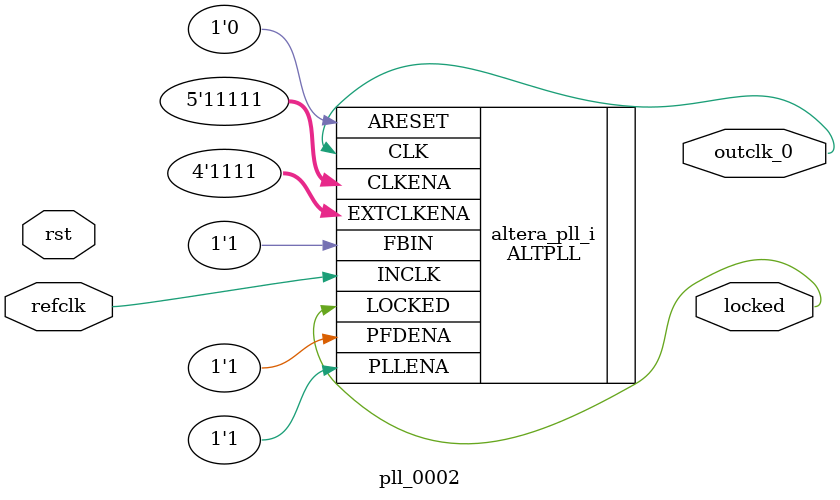
<source format=v>

`timescale 1ns/10ps
module  pll_0002(

	// interface 'refclk'
	input wire refclk,

	// interface 'reset'
	input wire rst,

	// interface 'outclk0'
	output wire outclk_0,

	// interface 'locked'
	output wire locked
);

`ifdef CYCLONEV
	altera_pll #(
		.fractional_vco_multiplier("false"),
		.reference_clock_frequency("50.0 MHz"),
		.operation_mode("direct"),
		.number_of_clocks(1),
		.output_clock_frequency0("40.000000 MHz"),
		.phase_shift0("0 ps"),
		.duty_cycle0(50),
		.output_clock_frequency1("0 MHz"),
		.phase_shift1("0 ps"),
		.duty_cycle1(50),
		.output_clock_frequency2("0 MHz"),
		.phase_shift2("0 ps"),
		.duty_cycle2(50),
		.output_clock_frequency3("0 MHz"),
		.phase_shift3("0 ps"),
		.duty_cycle3(50),
		.output_clock_frequency4("0 MHz"),
		.phase_shift4("0 ps"),
		.duty_cycle4(50),
		.output_clock_frequency5("0 MHz"),
		.phase_shift5("0 ps"),
		.duty_cycle5(50),
		.output_clock_frequency6("0 MHz"),
		.phase_shift6("0 ps"),
		.duty_cycle6(50),
		.output_clock_frequency7("0 MHz"),
		.phase_shift7("0 ps"),
		.duty_cycle7(50),
		.output_clock_frequency8("0 MHz"),
		.phase_shift8("0 ps"),
		.duty_cycle8(50),
		.output_clock_frequency9("0 MHz"),
		.phase_shift9("0 ps"),
		.duty_cycle9(50),
		.output_clock_frequency10("0 MHz"),
		.phase_shift10("0 ps"),
		.duty_cycle10(50),
		.output_clock_frequency11("0 MHz"),
		.phase_shift11("0 ps"),
		.duty_cycle11(50),
		.output_clock_frequency12("0 MHz"),
		.phase_shift12("0 ps"),
		.duty_cycle12(50),
		.output_clock_frequency13("0 MHz"),
		.phase_shift13("0 ps"),
		.duty_cycle13(50),
		.output_clock_frequency14("0 MHz"),
		.phase_shift14("0 ps"),
		.duty_cycle14(50),
		.output_clock_frequency15("0 MHz"),
		.phase_shift15("0 ps"),
		.duty_cycle15(50),
		.output_clock_frequency16("0 MHz"),
		.phase_shift16("0 ps"),
		.duty_cycle16(50),
		.output_clock_frequency17("0 MHz"),
		.phase_shift17("0 ps"),
		.duty_cycle17(50),
		.pll_type("General"),
		.pll_subtype("General")
	) altera_pll_i (
		.rst	(rst),
		.outclk	({outclk_0}),
		.locked	(locked),
		.fboutclk	( ),
		.fbclk	(1'b0),
		.refclk	(refclk)
	);
`else
	ALTPLL #(
		.BANDWIDTH_TYPE("AUTO"),
		.CLK0_DIVIDE_BY(10'd5),
		.CLK0_DUTY_CYCLE(6'd50),
		.CLK0_MULTIPLY_BY(10'd4), // 40MHz = 50MHz * 4 / 5
		.CLK0_PHASE_SHIFT(1'd0),
		.COMPENSATE_CLOCK("CLK0"),
		.INCLK0_INPUT_FREQUENCY(15'd20000),
		.OPERATION_MODE("NORMAL")
	) altera_pll_i (
		.ARESET(1'd0),
		.CLKENA(5'd31),
		.EXTCLKENA(4'd15),
		.FBIN(1'd1),
		.INCLK(refclk),
		.PFDENA(1'd1),
		.PLLENA(1'd1),
		.CLK({outclk_0}),
		.LOCKED(locked)
	);
`endif
endmodule


</source>
